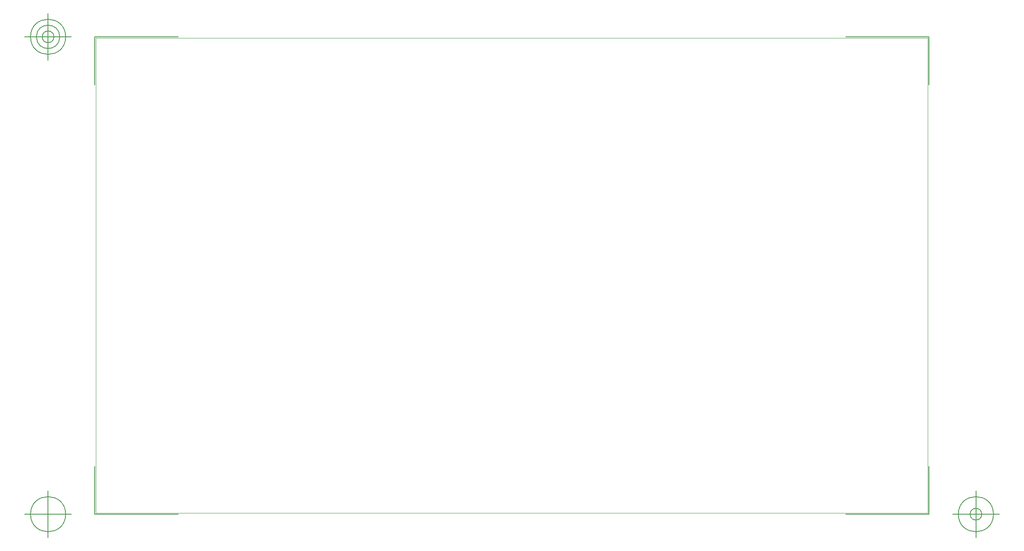
<source format=gbr>
G04 Generated by Ultiboard 14.1 *
%FSLAX24Y24*%
%MOIN*%

%ADD10C,0.0001*%
%ADD11C,0.0001*%
%ADD12C,0.0050*%


G04 ColorRGB 00FFFF for the following layer *
%LNBoard Outline*%
%LPD*%
G54D10*
G54D11*
X0Y0D02*
X70000Y0D01*
X70000Y40000D01*
X0Y40000D01*
X0Y0D01*
G54D12*
X-100Y-100D02*
X-100Y3920D01*
X-100Y-100D02*
X6920Y-100D01*
X70100Y-100D02*
X63080Y-100D01*
X70100Y-100D02*
X70100Y3920D01*
X70100Y40100D02*
X70100Y36080D01*
X70100Y40100D02*
X63080Y40100D01*
X-100Y40100D02*
X6920Y40100D01*
X-100Y40100D02*
X-100Y36080D01*
X-2069Y-100D02*
X-6006Y-100D01*
X-4037Y-2069D02*
X-4037Y1869D01*
X-5513Y-100D02*
G75*
D01*
G02X-5513Y-100I1476J0*
G01*
X72069Y-100D02*
X76006Y-100D01*
X74037Y-2069D02*
X74037Y1869D01*
X72561Y-100D02*
G75*
D01*
G02X72561Y-100I1476J0*
G01*
X73545Y-100D02*
G75*
D01*
G02X73545Y-100I492J0*
G01*
X-2069Y40100D02*
X-6006Y40100D01*
X-4037Y38131D02*
X-4037Y42069D01*
X-5513Y40100D02*
G75*
D01*
G02X-5513Y40100I1476J0*
G01*
X-5021Y40100D02*
G75*
D01*
G02X-5021Y40100I984J0*
G01*
X-4529Y40100D02*
G75*
D01*
G02X-4529Y40100I492J0*
G01*

M02*

</source>
